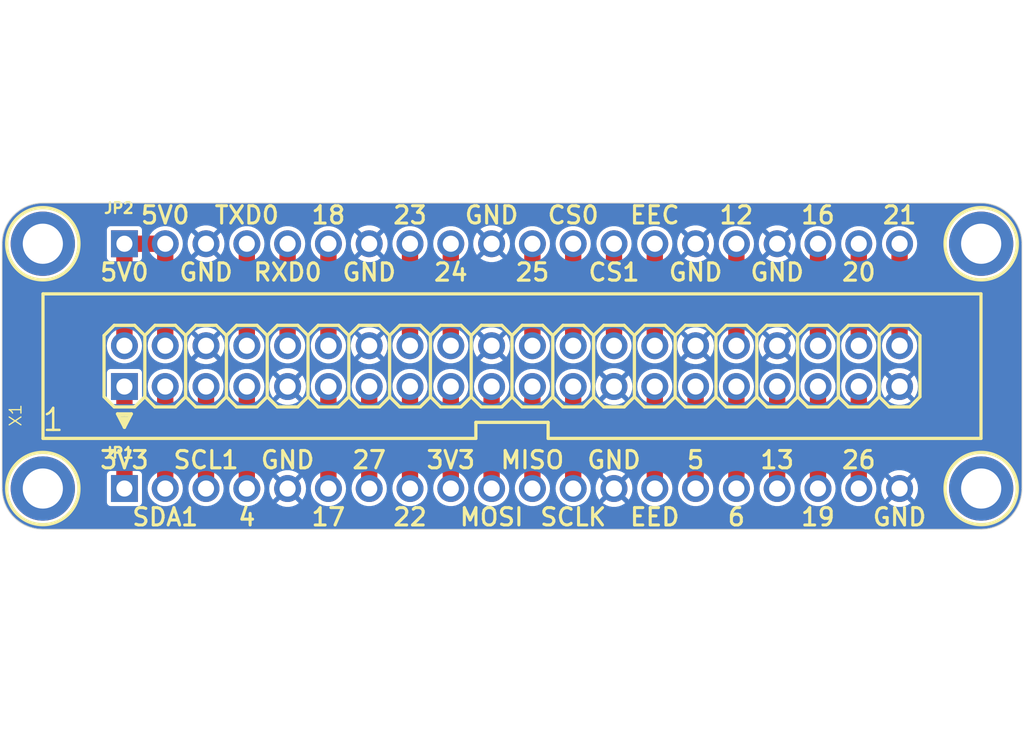
<source format=kicad_pcb>
(kicad_pcb (version 20221018) (generator pcbnew)
  (layers (0 "F.Cu" signal) (31 "B.Cu" signal) (34 "B.Paste" user) (35 "F.Paste" user) (36 "B.SilkS" user "B.Silkscreen") (37 "F.SilkS" user "F.Silkscreen") (38 "B.Mask" user) (39 "F.Mask" user) (44 "Edge.Cuts" user))
  (net 0 "")
  (net 1 "N$1")
  (net 2 "N$4")
  (net 3 "N$5")
  (net 4 "N$6")
  (net 5 "N$8")
  (net 6 "N$9")
  (net 7 "N$11")
  (net 8 "N$12")
  (net 9 "N$13")
  (net 10 "N$14")
  (net 11 "N$16")
  (net 12 "N$18")
  (net 13 "N$19")
  (net 14 "N$20")
  (net 15 "N$21")
  (net 16 "N$22")
  (net 17 "N$23")
  (net 18 "N$24")
  (net 19 "N$26")
  (net 20 "N$27")
  (net 21 "N$28")
  (net 22 "N$29")
  (net 23 "N$30")
  (net 24 "N$31")
  (net 25 "N$32")
  (net 26 "N$34")
  (net 27 "N$35")
  (net 28 "N$36")
  (net 29 "N$37")
  (net 30 "N$38")
  (net 31 "N$39")
  (net 32 "GND")
  (footprint "working:1X20_ROUND" (layer "F.Cu") (at 148.5011 112.6236)
    (fp_text reference "JP1" (at -25.4762 -1.8288) (layer "F.SilkS") (effects (font (size 0.666496 0.666496) (thickness 0.146304)) (justify left bottom)))
    (fp_text value "")
    (pad "1" thru_hole rect (at -24.13 0 90) (size 1.6764 1.6764) (drill 1) (layers "*.Cu" "*.Mask") (net 15 "N$21"))
    (pad "2" thru_hole circle (at -21.59 0 90) (size 1.6764 1.6764) (drill 1) (layers "*.Cu" "*.Mask") (net 16 "N$22"))
    (pad "3" thru_hole circle (at -19.05 0 90) (size 1.6764 1.6764) (drill 1) (layers "*.Cu" "*.Mask") (net 17 "N$23"))
    (pad "4" thru_hole circle (at -16.51 0 90) (size 1.6764 1.6764) (drill 1) (layers "*.Cu" "*.Mask") (net 18 "N$24"))
    (pad "5" thru_hole circle (at -13.97 0 90) (size 1.6764 1.6764) (drill 1) (layers "*.Cu" "*.Mask") (net 32 "GND"))
    (pad "6" thru_hole circle (at -11.43 0 90) (size 1.6764 1.6764) (drill 1) (layers "*.Cu" "*.Mask") (net 19 "N$26"))
    (pad "7" thru_hole circle (at -8.89 0 90) (size 1.6764 1.6764) (drill 1) (layers "*.Cu" "*.Mask") (net 20 "N$27"))
    (pad "8" thru_hole circle (at -6.35 0 90) (size 1.6764 1.6764) (drill 1) (layers "*.Cu" "*.Mask") (net 21 "N$28"))
    (pad "9" thru_hole circle (at -3.81 0 90) (size 1.6764 1.6764) (drill 1) (layers "*.Cu" "*.Mask") (net 22 "N$29"))
    (pad "10" thru_hole circle (at -1.27 0 90) (size 1.6764 1.6764) (drill 1) (layers "*.Cu" "*.Mask") (net 23 "N$30"))
    (pad "11" thru_hole circle (at 1.27 0 90) (size 1.6764 1.6764) (drill 1) (layers "*.Cu" "*.Mask") (net 24 "N$31"))
    (pad "12" thru_hole circle (at 3.81 0 90) (size 1.6764 1.6764) (drill 1) (layers "*.Cu" "*.Mask") (net 25 "N$32"))
    (pad "13" thru_hole circle (at 6.35 0 90) (size 1.6764 1.6764) (drill 1) (layers "*.Cu" "*.Mask") (net 32 "GND"))
    (pad "14" thru_hole circle (at 8.89 0 90) (size 1.6764 1.6764) (drill 1) (layers "*.Cu" "*.Mask") (net 26 "N$34"))
    (pad "15" thru_hole circle (at 11.43 0 90) (size 1.6764 1.6764) (drill 1) (layers "*.Cu" "*.Mask") (net 27 "N$35"))
    (pad "16" thru_hole circle (at 13.97 0 90) (size 1.6764 1.6764) (drill 1) (layers "*.Cu" "*.Mask") (net 28 "N$36"))
    (pad "17" thru_hole circle (at 16.51 0 90) (size 1.6764 1.6764) (drill 1) (layers "*.Cu" "*.Mask") (net 29 "N$37"))
    (pad "18" thru_hole circle (at 19.05 0 90) (size 1.6764 1.6764) (drill 1) (layers "*.Cu" "*.Mask") (net 30 "N$38"))
    (pad "19" thru_hole circle (at 21.59 0 90) (size 1.6764 1.6764) (drill 1) (layers "*.Cu" "*.Mask") (net 31 "N$39"))
    (pad "20" thru_hole circle (at 24.13 0 90) (size 1.6764 1.6764) (drill 1) (layers "*.Cu" "*.Mask") (net 32 "GND"))
  )
  (footprint "working:MOUNTINGHOLE_2.5_PLATED_THICK" (layer "F.Cu") (at 177.7111 97.3836)
    (fp_text reference "U$2" hide)
    (fp_text value "MOUNTINGHOLE2.5_THICK" hide)
    (fp_circle (center 0 0) (end 2.25 0) (stroke (width 0.2032)) (fill none) (layer "F.SilkS"))
    (pad "P$1" thru_hole circle (at 0 0) (size 4 4) (drill 2.5) (layers "*.Cu" "*.Mask"))
    (zone (net 0) (net_name "") (layer "B.Cu") (connect_pads (clearance 0)) (min_thickness 0.25)
      (keepout (tracks not_allowed) (vias not_allowed) (pads not_allowed) (copperpour not_allowed) (footprints allowed))
      (fill (thermal_gap 0.5) (thermal_bridge_width 0.5))
      (polygon (pts (xy 179.9771 97.3836) (xy 179.956882 97.081572) (xy 179.896587 96.784933) (xy 179.797293 96.498978) (xy 179.66077 96.228809) (xy 179.489455 95.979247) (xy 179.286406 95.754746) (xy 179.055245 95.559311) (xy 178.800098 95.396431) (xy 178.525518 95.269013) (xy 178.236404 95.179329) (xy 177.937917 95.12898) (xy 177.635382 95.118865) (xy 177.334198 95.149165) (xy 177.03974 95.219338) (xy 176.757262 95.328132) (xy 176.491805 95.473606) (xy 176.248107 95.653164) (xy 176.030516 95.863602) (xy 175.842915 96.101164) (xy 175.688652 96.361611) (xy 175.57048 96.640296) (xy 175.490507 96.932245) (xy 175.45016 97.232248) (xy 175.45016 97.534952) (xy 175.490507 97.834955) (xy 175.57048 98.126904) (xy 175.688652 98.405589) (xy 175.842915 98.666036) (xy 176.030516 98.903598) (xy 176.248107 99.114036) (xy 176.491805 99.293594) (xy 176.757262 99.439068) (xy 177.03974 99.547862) (xy 177.334198 99.618035) (xy 177.635382 99.648335) (xy 177.937917 99.63822) (xy 178.236404 99.587871) (xy 178.525518 99.498187) (xy 178.800098 99.370769) (xy 179.055245 99.207889) (xy 179.286406 99.012454) (xy 179.489455 98.787953) (xy 179.66077 98.538391) (xy 179.797293 98.268222) (xy 179.896587 97.982267) (xy 179.956882 97.685628)))
      (polygon (pts (xy 177.9451 97.3836) (xy 177.92487 97.288424) (xy 177.867677 97.209704) (xy 177.78341 97.161053) (xy 177.68664 97.150882) (xy 177.5941 97.18095) (xy 177.52179 97.246058) (xy 177.482213 97.334949) (xy 177.482213 97.432251) (xy 177.52179 97.521142) (xy 177.5941 97.58625) (xy 177.68664 97.616318) (xy 177.78341 97.606147) (xy 177.867677 97.557496) (xy 177.92487 97.478776)))
    )
  )
  (footprint "working:MOUNTINGHOLE_2.5_PLATED_THICK" (layer "F.Cu") (at 177.7111 112.6236)
    (fp_text reference "U$4" hide)
    (fp_text value "MOUNTINGHOLE2.5_THICK" hide)
    (fp_circle (center 0 0) (end 2.25 0) (stroke (width 0.2032)) (fill none) (layer "F.SilkS"))
    (pad "P$1" thru_hole circle (at 0 0) (size 4 4) (drill 2.5) (layers "*.Cu" "*.Mask"))
    (zone (net 0) (net_name "") (layer "B.Cu") (connect_pads (clearance 0)) (min_thickness 0.25)
      (keepout (tracks not_allowed) (vias not_allowed) (pads not_allowed) (copperpour not_allowed) (footprints allowed))
      (fill (thermal_gap 0.5) (thermal_bridge_width 0.5))
      (polygon (pts (xy 179.9771 112.6236) (xy 179.956882 112.321572) (xy 179.896587 112.024933) (xy 179.797293 111.738978) (xy 179.66077 111.468809) (xy 179.489455 111.219247) (xy 179.286406 110.994746) (xy 179.055245 110.799311) (xy 178.800098 110.636431) (xy 178.525518 110.509013) (xy 178.236404 110.419329) (xy 177.937917 110.36898) (xy 177.635382 110.358865) (xy 177.334198 110.389165) (xy 177.03974 110.459338) (xy 176.757262 110.568132) (xy 176.491805 110.713606) (xy 176.248107 110.893164) (xy 176.030516 111.103602) (xy 175.842915 111.341164) (xy 175.688652 111.601611) (xy 175.57048 111.880296) (xy 175.490507 112.172245) (xy 175.45016 112.472248) (xy 175.45016 112.774952) (xy 175.490507 113.074955) (xy 175.57048 113.366904) (xy 175.688652 113.645589) (xy 175.842915 113.906036) (xy 176.030516 114.143598) (xy 176.248107 114.354036) (xy 176.491805 114.533594) (xy 176.757262 114.679068) (xy 177.03974 114.787862) (xy 177.334198 114.858035) (xy 177.635382 114.888335) (xy 177.937917 114.87822) (xy 178.236404 114.827871) (xy 178.525518 114.738187) (xy 178.800098 114.610769) (xy 179.055245 114.447889) (xy 179.286406 114.252454) (xy 179.489455 114.027953) (xy 179.66077 113.778391) (xy 179.797293 113.508222) (xy 179.896587 113.222267) (xy 179.956882 112.925628)))
      (polygon (pts (xy 177.9451 112.6236) (xy 177.92487 112.528424) (xy 177.867677 112.449704) (xy 177.78341 112.401053) (xy 177.68664 112.390882) (xy 177.5941 112.42095) (xy 177.52179 112.486058) (xy 177.482213 112.574949) (xy 177.482213 112.672251) (xy 177.52179 112.761142) (xy 177.5941 112.82625) (xy 177.68664 112.856318) (xy 177.78341 112.846147) (xy 177.867677 112.797496) (xy 177.92487 112.718776)))
    )
  )
  (footprint "working:1X20_ROUND" (layer "F.Cu") (at 148.5011 97.3836)
    (fp_text reference "JP2" (at -25.4762 -1.8288) (layer "F.SilkS") (effects (font (size 0.666496 0.666496) (thickness 0.146304)) (justify left bottom)))
    (fp_text value "")
    (pad "1" thru_hole rect (at -24.13 0 90) (size 1.6764 1.6764) (drill 1) (layers "*.Cu" "*.Mask") (net 1 "N$1"))
    (pad "2" thru_hole circle (at -21.59 0 90) (size 1.6764 1.6764) (drill 1) (layers "*.Cu" "*.Mask") (net 1 "N$1"))
    (pad "3" thru_hole circle (at -19.05 0 90) (size 1.6764 1.6764) (drill 1) (layers "*.Cu" "*.Mask") (net 32 "GND"))
    (pad "4" thru_hole circle (at -16.51 0 90) (size 1.6764 1.6764) (drill 1) (layers "*.Cu" "*.Mask") (net 2 "N$4"))
    (pad "5" thru_hole circle (at -13.97 0 90) (size 1.6764 1.6764) (drill 1) (layers "*.Cu" "*.Mask") (net 3 "N$5"))
    (pad "6" thru_hole circle (at -11.43 0 90) (size 1.6764 1.6764) (drill 1) (layers "*.Cu" "*.Mask") (net 4 "N$6"))
    (pad "7" thru_hole circle (at -8.89 0 90) (size 1.6764 1.6764) (drill 1) (layers "*.Cu" "*.Mask") (net 32 "GND"))
    (pad "8" thru_hole circle (at -6.35 0 90) (size 1.6764 1.6764) (drill 1) (layers "*.Cu" "*.Mask") (net 5 "N$8"))
    (pad "9" thru_hole circle (at -3.81 0 90) (size 1.6764 1.6764) (drill 1) (layers "*.Cu" "*.Mask") (net 6 "N$9"))
    (pad "10" thru_hole circle (at -1.27 0 90) (size 1.6764 1.6764) (drill 1) (layers "*.Cu" "*.Mask") (net 32 "GND"))
    (pad "11" thru_hole circle (at 1.27 0 90) (size 1.6764 1.6764) (drill 1) (layers "*.Cu" "*.Mask") (net 7 "N$11"))
    (pad "12" thru_hole circle (at 3.81 0 90) (size 1.6764 1.6764) (drill 1) (layers "*.Cu" "*.Mask") (net 8 "N$12"))
    (pad "13" thru_hole circle (at 6.35 0 90) (size 1.6764 1.6764) (drill 1) (layers "*.Cu" "*.Mask") (net 9 "N$13"))
    (pad "14" thru_hole circle (at 8.89 0 90) (size 1.6764 1.6764) (drill 1) (layers "*.Cu" "*.Mask") (net 10 "N$14"))
    (pad "15" thru_hole circle (at 11.43 0 90) (size 1.6764 1.6764) (drill 1) (layers "*.Cu" "*.Mask") (net 32 "GND"))
    (pad "16" thru_hole circle (at 13.97 0 90) (size 1.6764 1.6764) (drill 1) (layers "*.Cu" "*.Mask") (net 11 "N$16"))
    (pad "17" thru_hole circle (at 16.51 0 90) (size 1.6764 1.6764) (drill 1) (layers "*.Cu" "*.Mask") (net 32 "GND"))
    (pad "18" thru_hole circle (at 19.05 0 90) (size 1.6764 1.6764) (drill 1) (layers "*.Cu" "*.Mask") (net 12 "N$18"))
    (pad "19" thru_hole circle (at 21.59 0 90) (size 1.6764 1.6764) (drill 1) (layers "*.Cu" "*.Mask") (net 13 "N$19"))
    (pad "20" thru_hole circle (at 24.13 0 90) (size 1.6764 1.6764) (drill 1) (layers "*.Cu" "*.Mask") (net 14 "N$20"))
  )
  (footprint "working:MOUNTINGHOLE_2.5_PLATED_THICK" (layer "F.Cu") (at 119.2911 112.6236)
    (fp_text reference "U$3" hide)
    (fp_text value "MOUNTINGHOLE2.5_THICK" hide)
    (fp_circle (center 0 0) (end 2.25 0) (stroke (width 0.2032)) (fill none) (layer "F.SilkS"))
    (pad "P$1" thru_hole circle (at 0 0) (size 4 4) (drill 2.5) (layers "*.Cu" "*.Mask"))
    (zone (net 0) (net_name "") (layer "B.Cu") (connect_pads (clearance 0)) (min_thickness 0.25)
      (keepout (tracks not_allowed) (vias not_allowed) (pads not_allowed) (copperpour not_allowed) (footprints allowed))
      (fill (thermal_gap 0.5) (thermal_bridge_width 0.5))
      (polygon (pts (xy 121.5571 112.6236) (xy 121.536882 112.321572) (xy 121.476587 112.024933) (xy 121.377293 111.738978) (xy 121.24077 111.468809) (xy 121.069455 111.219247) (xy 120.866406 110.994746) (xy 120.635245 110.799311) (xy 120.380098 110.636431) (xy 120.105518 110.509013) (xy 119.816404 110.419329) (xy 119.517917 110.36898) (xy 119.215382 110.358865) (xy 118.914198 110.389165) (xy 118.61974 110.459338) (xy 118.337262 110.568132) (xy 118.071805 110.713606) (xy 117.828107 110.893164) (xy 117.610516 111.103602) (xy 117.422915 111.341164) (xy 117.268652 111.601611) (xy 117.15048 111.880296) (xy 117.070507 112.172245) (xy 117.03016 112.472248) (xy 117.03016 112.774952) (xy 117.070507 113.074955) (xy 117.15048 113.366904) (xy 117.268652 113.645589) (xy 117.422915 113.906036) (xy 117.610516 114.143598) (xy 117.828107 114.354036) (xy 118.071805 114.533594) (xy 118.337262 114.679068) (xy 118.61974 114.787862) (xy 118.914198 114.858035) (xy 119.215382 114.888335) (xy 119.517917 114.87822) (xy 119.816404 114.827871) (xy 120.105518 114.738187) (xy 120.380098 114.610769) (xy 120.635245 114.447889) (xy 120.866406 114.252454) (xy 121.069455 114.027953) (xy 121.24077 113.778391) (xy 121.377293 113.508222) (xy 121.476587 113.222267) (xy 121.536882 112.925628)))
      (polygon (pts (xy 119.5251 112.6236) (xy 119.50487 112.528424) (xy 119.447677 112.449704) (xy 119.36341 112.401053) (xy 119.26664 112.390882) (xy 119.1741 112.42095) (xy 119.10179 112.486058) (xy 119.062213 112.574949) (xy 119.062213 112.672251) (xy 119.10179 112.761142) (xy 119.1741 112.82625) (xy 119.26664 112.856318) (xy 119.36341 112.846147) (xy 119.447677 112.797496) (xy 119.50487 112.718776)))
    )
  )
  (footprint "working:RASPBERRYPI_B+_IDC" (layer "F.Cu") (at 148.5011 105.0036 90)
    (fp_text reference "X1" (at -3.81 -30.48 90) (layer "F.SilkS") (effects (font (size 0.73152 0.73152) (thickness 0.08128)) (justify left bottom)))
    (fp_text value "")
    (fp_text user "1" (at -2.54 -27.813 180) (layer "F.SilkS") (effects (font (size 1.3716 1.3716) (thickness 0.1524)) (justify right top)))
    (fp_line (start -4.5 -29.2) (end -4.5 -2.25) (stroke (width 0.2032)) (layer "F.SilkS"))
    (fp_line (start -4.5 -2.25) (end -3.5 -2.25) (stroke (width 0.2032)) (layer "F.SilkS"))
    (fp_line (start -4.5 2.25) (end -4.5 29.2) (stroke (width 0.2032)) (layer "F.SilkS"))
    (fp_line (start -3.81 -24.13) (end -3.556 -24.13) (stroke (width 0.2032)) (layer "F.SilkS"))
    (fp_line (start -3.81 -24.13) (end -2.9718 -24.5618) (stroke (width 0.2032)) (layer "F.SilkS"))
    (fp_line (start -3.5 -2.25) (end -3.5 2.25) (stroke (width 0.2032)) (layer "F.SilkS"))
    (fp_line (start -3.5 2.25) (end -4.5 2.25) (stroke (width 0.2032)) (layer "F.SilkS"))
    (fp_line (start -2.9718 -24.5618) (end -2.9718 -23.6982) (stroke (width 0.2032)) (layer "F.SilkS"))
    (fp_line (start -2.9718 -23.6982) (end -3.81 -24.13) (stroke (width 0.2032)) (layer "F.SilkS"))
    (fp_line (start -2.54 -24.765) (end -2.54 -23.495) (stroke (width 0.2032)) (layer "F.SilkS"))
    (fp_line (start -2.54 -23.495) (end -1.905 -22.86) (stroke (width 0.2032)) (layer "F.SilkS"))
    (fp_line (start -2.54 -22.225) (end -2.54 -20.955) (stroke (width 0.2032)) (layer "F.SilkS"))
    (fp_line (start -2.54 -20.955) (end -1.905 -20.32) (stroke (width 0.2032)) (layer "F.SilkS"))
    (fp_line (start -2.54 -19.685) (end -2.54 -18.415) (stroke (width 0.2032)) (layer "F.SilkS"))
    (fp_line (start -2.54 -18.415) (end -1.905 -17.78) (stroke (width 0.2032)) (layer "F.SilkS"))
    (fp_line (start -2.54 -17.145) (end -2.54 -15.875) (stroke (width 0.2032)) (layer "F.SilkS"))
    (fp_line (start -2.54 -15.875) (end -1.905 -15.24) (stroke (width 0.2032)) (layer "F.SilkS"))
    (fp_line (start -2.54 -14.605) (end -2.54 -13.335) (stroke (width 0.2032)) (layer "F.SilkS"))
    (fp_line (start -2.54 -13.335) (end -1.905 -12.7) (stroke (width 0.2032)) (layer "F.SilkS"))
    (fp_line (start -2.54 -12.065) (end -2.54 -10.795) (stroke (width 0.2032)) (layer "F.SilkS"))
    (fp_line (start -2.54 -10.795) (end -1.905 -10.16) (stroke (width 0.2032)) (layer "F.SilkS"))
    (fp_line (start -2.54 -8.255) (end -2.54 -9.525) (stroke (width 0.2032)) (layer "F.SilkS"))
    (fp_line (start -2.54 -5.715) (end -2.54 -6.985) (stroke (width 0.2032)) (layer "F.SilkS"))
    (fp_line (start -2.54 -3.175) (end -2.54 -4.445) (stroke (width 0.2032)) (layer "F.SilkS"))
    (fp_line (start -2.54 -0.635) (end -2.54 -1.905) (stroke (width 0.2032)) (layer "F.SilkS"))
    (fp_line (start -2.54 1.905) (end -2.54 0.635) (stroke (width 0.2032)) (layer "F.SilkS"))
    (fp_line (start -2.54 4.445) (end -2.54 3.175) (stroke (width 0.2032)) (layer "F.SilkS"))
    (fp_line (start -2.54 6.985) (end -2.54 5.715) (stroke (width 0.2032)) (layer "F.SilkS"))
    (fp_line (start -2.54 9.525) (end -2.54 8.255) (stroke (width 0.2032)) (layer "F.SilkS"))
    (fp_line (start -2.54 12.065) (end -2.54 10.795) (stroke (width 0.2032)) (layer "F.SilkS"))
    (fp_line (start -2.54 14.605) (end -2.54 13.335) (stroke (width 0.2032)) (layer "F.SilkS"))
    (fp_line (start -2.54 17.145) (end -2.54 15.875) (stroke (width 0.2032)) (layer "F.SilkS"))
    (fp_line (start -2.54 19.685) (end -2.54 18.415) (stroke (width 0.2032)) (layer "F.SilkS"))
    (fp_line (start -2.54 22.225) (end -2.54 20.955) (stroke (width 0.2032)) (layer "F.SilkS"))
    (fp_line (start -2.54 24.765) (end -2.54 23.495) (stroke (width 0.2032)) (layer "F.SilkS"))
    (fp_line (start -1.905 -25.4) (end -2.54 -24.765) (stroke (width 0.2032)) (layer "F.SilkS"))
    (fp_line (start -1.905 -25.4) (end 1.905 -25.4) (stroke (width 0.2032)) (layer "F.SilkS"))
    (fp_line (start -1.905 -22.86) (end -2.54 -22.225) (stroke (width 0.2032)) (layer "F.SilkS"))
    (fp_line (start -1.905 -20.32) (end -2.54 -19.685) (stroke (width 0.2032)) (layer "F.SilkS"))
    (fp_line (start -1.905 -17.78) (end -2.54 -17.145) (stroke (width 0.2032)) (layer "F.SilkS"))
    (fp_line (start -1.905 -15.24) (end -2.54 -14.605) (stroke (width 0.2032)) (layer "F.SilkS"))
    (fp_line (start -1.905 -12.7) (end -2.54 -12.065) (stroke (width 0.2032)) (layer "F.SilkS"))
    (fp_line (start -1.905 -10.16) (end -2.54 -9.525) (stroke (width 0.2032)) (layer "F.SilkS"))
    (fp_line (start -1.905 -7.62) (end -2.54 -8.255) (stroke (width 0.2032)) (layer "F.SilkS"))
    (fp_line (start -1.905 -7.62) (end -2.54 -6.985) (stroke (width 0.2032)) (layer "F.SilkS"))
    (fp_line (start -1.905 -5.08) (end -2.54 -5.715) (stroke (width 0.2032)) (layer "F.SilkS"))
    (fp_line (start -1.905 -5.08) (end -2.54 -4.445) (stroke (width 0.2032)) (layer "F.SilkS"))
    (fp_line (start -1.905 -2.54) (end -2.54 -3.175) (stroke (width 0.2032)) (layer "F.SilkS"))
    (fp_line (start -1.905 -2.54) (end -2.54 -1.905) (stroke (width 0.2032)) (layer "F.SilkS"))
    (fp_line (start -1.905 0) (end -2.54 -0.635) (stroke (width 0.2032)) (layer "F.SilkS"))
    (fp_line (start -1.905 0) (end -2.54 0.635) (stroke (width 0.2032)) (layer "F.SilkS"))
    (fp_line (start -1.905 2.54) (end -2.54 1.905) (stroke (width 0.2032)) (layer "F.SilkS"))
    (fp_line (start -1.905 2.54) (end -2.54 3.175) (stroke (width 0.2032)) (layer "F.SilkS"))
    (fp_line (start -1.905 5.08) (end -2.54 4.445) (stroke (width 0.2032)) (layer "F.SilkS"))
    (fp_line (start -1.905 5.08) (end -2.54 5.715) (stroke (width 0.2032)) (layer "F.SilkS"))
    (fp_line (start -1.905 7.62) (end -2.54 6.985) (stroke (width 0.2032)) (layer "F.SilkS"))
    (fp_line (start -1.905 7.62) (end -2.54 8.255) (stroke (width 0.2032)) (layer "F.SilkS"))
    (fp_line (start -1.905 10.16) (end -2.54 9.525) (stroke (width 0.2032)) (layer "F.SilkS"))
    (fp_line (start -1.905 10.16) (end -2.54 10.795) (stroke (width 0.2032)) (layer "F.SilkS"))
    (fp_line (start -1.905 12.7) (end -2.54 12.065) (stroke (width 0.2032)) (layer "F.SilkS"))
    (fp_line (start -1.905 12.7) (end -2.54 13.335) (stroke (width 0.2032)) (layer "F.SilkS"))
    (fp_line (start -1.905 15.24) (end -2.54 14.605) (stroke (width 0.2032)) (layer "F.SilkS"))
    (fp_line (start -1.905 15.24) (end -2.54 15.875) (stroke (width 0.2032)) (layer "F.SilkS"))
    (fp_line (start -1.905 17.78) (end -2.54 17.145) (stroke (width 0.2032)) (layer "F.SilkS"))
    (fp_line (start -1.905 17.78) (end -2.54 18.415) (stroke (width 0.2032)) (layer "F.SilkS"))
    (fp_line (start -1.905 20.32) (end -2.54 19.685) (stroke (width 0.2032)) (layer "F.SilkS"))
    (fp_line (start -1.905 20.32) (end -2.54 20.955) (stroke (width 0.2032)) (layer "F.SilkS"))
    (fp_line (start -1.905 22.86) (end -2.54 22.225) (stroke (width 0.2032)) (layer "F.SilkS"))
    (fp_line (start -1.905 22.86) (end -2.54 23.495) (stroke (width 0.2032)) (layer "F.SilkS"))
    (fp_line (start -1.905 25.4) (end -2.54 24.765) (stroke (width 0.2032)) (layer "F.SilkS"))
    (fp_line (start 1.905 -25.4) (end 2.54 -24.765) (stroke (width 0.2032)) (layer "F.SilkS"))
    (fp_line (start 1.905 -22.86) (end -1.905 -22.86) (stroke (width 0.2032)) (layer "F.SilkS"))
    (fp_line (start 1.905 -22.86) (end 2.54 -22.225) (stroke (width 0.2032)) (layer "F.SilkS"))
    (fp_line (start 1.905 -20.32) (end -1.905 -20.32) (stroke (width 0.2032)) (layer "F.SilkS"))
    (fp_line (start 1.905 -20.32) (end 2.54 -19.685) (stroke (width 0.2032)) (layer "F.SilkS"))
    (fp_line (start 1.905 -17.78) (end -1.905 -17.78) (stroke (width 0.2032)) (layer "F.SilkS"))
    (fp_line (start 1.905 -17.78) (end 2.54 -17.145) (stroke (width 0.2032)) (layer "F.SilkS"))
    (fp_line (start 1.905 -15.24) (end -1.905 -15.24) (stroke (width 0.2032)) (layer "F.SilkS"))
    (fp_line (start 1.905 -15.24) (end 2.54 -14.605) (stroke (width 0.2032)) (layer "F.SilkS"))
    (fp_line (start 1.905 -12.7) (end -1.905 -12.7) (stroke (width 0.2032)) (layer "F.SilkS"))
    (fp_line (start 1.905 -12.7) (end 2.54 -12.065) (stroke (width 0.2032)) (layer "F.SilkS"))
    (fp_line (start 1.905 -10.16) (end -1.905 -10.16) (stroke (width 0.2032)) (layer "F.SilkS"))
    (fp_line (start 1.905 -10.16) (end 2.54 -9.525) (stroke (width 0.2032)) (layer "F.SilkS"))
    (fp_line (start 1.905 -7.62) (end -1.905 -7.62) (stroke (width 0.2032)) (layer "F.SilkS"))
    (fp_line (start 1.905 -7.62) (end 2.54 -6.985) (stroke (width 0.2032)) (layer "F.SilkS"))
    (fp_line (start 1.905 -5.08) (end -1.905 -5.08) (stroke (width 0.2032)) (layer "F.SilkS"))
    (fp_line (start 1.905 -5.08) (end 2.54 -4.445) (stroke (width 0.2032)) (layer "F.SilkS"))
    (fp_line (start 1.905 -2.54) (end -1.905 -2.54) (stroke (width 0.2032)) (layer "F.SilkS"))
    (fp_line (start 1.905 -2.54) (end 2.54 -1.905) (stroke (width 0.2032)) (layer "F.SilkS"))
    (fp_line (start 1.905 0) (end -1.905 0) (stroke (width 0.2032)) (layer "F.SilkS"))
    (fp_line (start 1.905 0) (end 2.54 0.635) (stroke (width 0.2032)) (layer "F.SilkS"))
    (fp_line (start 1.905 2.54) (end -1.905 2.54) (stroke (width 0.2032)) (layer "F.SilkS"))
    (fp_line (start 1.905 2.54) (end 2.54 3.175) (stroke (width 0.2032)) (layer "F.SilkS"))
    (fp_line (start 1.905 5.08) (end -1.905 5.08) (stroke (width 0.2032)) (layer "F.SilkS"))
    (fp_line (start 1.905 5.08) (end 2.54 4.445) (stroke (width 0.2032)) (layer "F.SilkS"))
    (fp_line (start 1.905 5.08) (end 2.54 5.715) (stroke (width 0.2032)) (layer "F.SilkS"))
    (fp_line (start 1.905 7.62) (end -1.905 7.62) (stroke (width 0.2032)) (layer "F.SilkS"))
    (fp_line (start 1.905 7.62) (end 2.54 8.255) (stroke (width 0.2032)) (layer "F.SilkS"))
    (fp_line (start 1.905 10.16) (end -1.905 10.16) (stroke (width 0.2032)) (layer "F.SilkS"))
    (fp_line (start 1.905 10.16) (end 2.54 10.795) (stroke (width 0.2032)) (layer "F.SilkS"))
    (fp_line (start 1.905 12.7) (end -1.905 12.7) (stroke (width 0.2032)) (layer "F.SilkS"))
    (fp_line (start 1.905 12.7) (end 2.54 13.335) (stroke (width 0.2032)) (layer "F.SilkS"))
    (fp_line (start 1.905 15.24) (end -1.905 15.24) (stroke (width 0.2032)) (layer "F.SilkS"))
    (fp_line (start 1.905 15.24) (end 2.54 15.875) (stroke (width 0.2032)) (layer "F.SilkS"))
    (fp_line (start 1.905 17.78) (end -1.905 17.78) (stroke (width 0.2032)) (layer "F.SilkS"))
    (fp_line (start 1.905 17.78) (end 2.54 18.415) (stroke (width 0.2032)) (layer "F.SilkS"))
    (fp_line (start 1.905 20.32) (end -1.905 20.32) (stroke (width 0.2032)) (layer "F.SilkS"))
    (fp_line (start 1.905 20.32) (end 2.54 20.955) (stroke (width 0.2032)) (layer "F.SilkS"))
    (fp_line (start 1.905 22.86) (end -1.905 22.86) (stroke (width 0.2032)) (layer "F.SilkS"))
    (fp_line (start 1.905 22.86) (end 2.54 23.495) (stroke (width 0.2032)) (layer "F.SilkS"))
    (fp_line (start 1.905 25.4) (end -1.905 25.4) (stroke (width 0.2032)) (layer "F.SilkS"))
    (fp_line (start 2.54 -24.765) (end 2.54 -23.495) (stroke (width 0.2032)) (layer "F.SilkS"))
    (fp_line (start 2.54 -23.495) (end 1.905 -22.86) (stroke (width 0.2032)) (layer "F.SilkS"))
    (fp_line (start 2.54 -22.225) (end 2.54 -20.955) (stroke (width 0.2032)) (layer "F.SilkS"))
    (fp_line (start 2.54 -20.955) (end 1.905 -20.32) (stroke (width 0.2032)) (layer "F.SilkS"))
    (fp_line (start 2.54 -19.685) (end 2.54 -18.415) (stroke (width 0.2032)) (layer "F.SilkS"))
    (fp_line (start 2.54 -18.415) (end 1.905 -17.78) (stroke (width 0.2032)) (layer "F.SilkS"))
    (fp_line (start 2.54 -17.145) (end 2.54 -15.875) (stroke (width 0.2032)) (layer "F.SilkS"))
    (fp_line (start 2.54 -15.875) (end 1.905 -15.24) (stroke (width 0.2032)) (layer "F.SilkS"))
    (fp_line (start 2.54 -14.605) (end 2.54 -13.335) (stroke (width 0.2032)) (layer "F.SilkS"))
    (fp_line (start 2.54 -13.335) (end 1.905 -12.7) (stroke (width 0.2032)) (layer "F.SilkS"))
    (fp_line (start 2.54 -12.065) (end 2.54 -10.795) (stroke (width 0.2032)) (layer "F.SilkS"))
    (fp_line (start 2.54 -10.795) (end 1.905 -10.16) (stroke (width 0.2032)) (layer "F.SilkS"))
    (fp_line (start 2.54 -9.525) (end 2.54 -8.255) (stroke (width 0.2032)) (layer "F.SilkS"))
    (fp_line (start 2.54 -8.255) (end 1.905 -7.62) (stroke (width 0.2032)) (layer "F.SilkS"))
    (fp_line (start 2.54 -6.985) (end 2.54 -5.715) (stroke (width 0.2032)) (layer "F.SilkS"))
    (fp_line (start 2.54 -5.715) (end 1.905 -5.08) (stroke (width 0.2032)) (layer "F.SilkS"))
    (fp_line (start 2.54 -4.445) (end 2.54 -3.175) (stroke (width 0.2032)) (layer "F.SilkS"))
    (fp_line (start 2.54 -3.175) (end 1.905 -2.54) (stroke (width 0.2032)) (layer "F.SilkS"))
    (fp_line (start 2.54 -1.905) (end 2.54 -0.635) (stroke (width 0.2032)) (layer "F.SilkS"))
    (fp_line (start 2.54 -0.635) (end 1.905 0) (stroke (width 0.2032)) (layer "F.SilkS"))
    (fp_line (start 2.54 0.635) (end 2.54 1.905) (stroke (width 0.2032)) (layer "F.SilkS"))
    (fp_line (start 2.54 1.905) (end 1.905 2.54) (stroke (width 0.2032)) (layer "F.SilkS"))
    (fp_line (start 2.54 3.175) (end 2.54 4.445) (stroke (width 0.2032)) (layer "F.SilkS"))
    (fp_line (start 2.54 6.985) (end 1.905 7.62) (stroke (width 0.2032)) (layer "F.SilkS"))
    (fp_line (start 2.54 6.985) (end 2.54 5.715) (stroke (width 0.2032)) (layer "F.SilkS"))
    (fp_line (start 2.54 9.525) (end 1.905 10.16) (stroke (width 0.2032)) (layer "F.SilkS"))
    (fp_line (start 2.54 9.525) (end 2.54 8.255) (stroke (width 0.2032)) (layer "F.SilkS"))
    (fp_line (start 2.54 12.065) (end 1.905 12.7) (stroke (width 0.2032)) (layer "F.SilkS"))
    (fp_line (start 2.54 12.065) (end 2.54 10.795) (stroke (width 0.2032)) (layer "F.SilkS"))
    (fp_line (start 2.54 14.605) (end 1.905 15.24) (stroke (width 0.2032)) (layer "F.SilkS"))
    (fp_line (start 2.54 14.605) (end 2.54 13.335) (stroke (width 0.2032)) (layer "F.SilkS"))
    (fp_line (start 2.54 17.145) (end 1.905 17.78) (stroke (width 0.2032)) (layer "F.SilkS"))
    (fp_line (start 2.54 17.145) (end 2.54 15.875) (stroke (width 0.2032)) (layer "F.SilkS"))
    (fp_line (start 2.54 19.685) (end 1.905 20.32) (stroke (width 0.2032)) (layer "F.SilkS"))
    (fp_line (start 2.54 19.685) (end 2.54 18.415) (stroke (width 0.2032)) (layer "F.SilkS"))
    (fp_line (start 2.54 22.225) (end 1.905 22.86) (stroke (width 0.2032)) (layer "F.SilkS"))
    (fp_line (start 2.54 22.225) (end 2.54 20.955) (stroke (width 0.2032)) (layer "F.SilkS"))
    (fp_line (start 2.54 24.765) (end 1.905 25.4) (stroke (width 0.2032)) (layer "F.SilkS"))
    (fp_line (start 2.54 24.765) (end 2.54 23.495) (stroke (width 0.2032)) (layer "F.SilkS"))
    (fp_line (start 4.5 -29.2) (end -4.5 -29.2) (stroke (width 0.2032)) (layer "F.SilkS"))
    (fp_line (start 4.5 29.2) (end -4.5 29.2) (stroke (width 0.2032)) (layer "F.SilkS"))
    (fp_line (start 4.5 29.2) (end 4.5 -29.2) (stroke (width 0.2032)) (layer "F.SilkS"))
    (fp_poly (pts (xy -3.6068 -24.257) (xy -3.6068 -24.003) (xy -3.3528 -24.003) (xy -3.3528 -24.257)) (fill solid) (layer "F.SilkS"))
    (fp_poly (pts (xy -3.4036 -24.384) (xy -3.4036 -23.876) (xy -3.1496 -23.876) (xy -3.1496 -24.384)) (fill solid) (layer "F.SilkS"))
    (fp_poly (pts (xy -3.1496 -24.511) (xy -3.1496 -24.13) (xy -3.0226 -24.13) (xy -3.0226 -24.511)) (fill solid) (layer "F.SilkS"))
    (fp_poly (pts (xy -3.1496 -24.13) (xy -3.1496 -23.749) (xy -3.0226 -23.749) (xy -3.0226 -24.13)) (fill solid) (layer "F.SilkS"))
    (pad "1" thru_hole rect (at -1.27 -24.13) (size 1.6764 1.6764) (drill 1) (layers "*.Cu" "*.Mask") (net 15 "N$21"))
    (pad "2" thru_hole circle (at 1.27 -24.13) (size 1.6764 1.6764) (drill 1) (layers "*.Cu" "*.Mask") (net 1 "N$1"))
    (pad "3" thru_hole circle (at -1.27 -21.59) (size 1.6764 1.6764) (drill 1) (layers "*.Cu" "*.Mask") (net 16 "N$22"))
    (pad "4" thru_hole circle (at 1.27 -21.59) (size 1.6764 1.6764) (drill 1) (layers "*.Cu" "*.Mask") (net 1 "N$1"))
    (pad "5" thru_hole circle (at -1.27 -19.05) (size 1.6764 1.6764) (drill 1) (layers "*.Cu" "*.Mask") (net 17 "N$23"))
    (pad "6" thru_hole circle (at 1.27 -19.05) (size 1.6764 1.6764) (drill 1) (layers "*.Cu" "*.Mask") (net 32 "GND"))
    (pad "7" thru_hole circle (at -1.27 -16.51) (size 1.6764 1.6764) (drill 1) (layers "*.Cu" "*.Mask") (net 18 "N$24"))
    (pad "8" thru_hole circle (at 1.27 -16.51) (size 1.6764 1.6764) (drill 1) (layers "*.Cu" "*.Mask") (net 2 "N$4"))
    (pad "9" thru_hole circle (at -1.27 -13.97) (size 1.6764 1.6764) (drill 1) (layers "*.Cu" "*.Mask") (net 32 "GND"))
    (pad "10" thru_hole circle (at 1.27 -13.97) (size 1.6764 1.6764) (drill 1) (layers "*.Cu" "*.Mask") (net 3 "N$5"))
    (pad "11" thru_hole circle (at -1.27 -11.43) (size 1.6764 1.6764) (drill 1) (layers "*.Cu" "*.Mask") (net 19 "N$26"))
    (pad "12" thru_hole circle (at 1.27 -11.43) (size 1.6764 1.6764) (drill 1) (layers "*.Cu" "*.Mask") (net 4 "N$6"))
    (pad "13" thru_hole circle (at -1.27 -8.89) (size 1.6764 1.6764) (drill 1) (layers "*.Cu" "*.Mask") (net 20 "N$27"))
    (pad "14" thru_hole circle (at 1.27 -8.89) (size 1.6764 1.6764) (drill 1) (layers "*.Cu" "*.Mask") (net 32 "GND"))
    (pad "15" thru_hole circle (at -1.27 -6.35) (size 1.6764 1.6764) (drill 1) (layers "*.Cu" "*.Mask") (net 21 "N$28"))
    (pad "16" thru_hole circle (at 1.27 -6.35) (size 1.6764 1.6764) (drill 1) (layers "*.Cu" "*.Mask") (net 5 "N$8"))
    (pad "17" thru_hole circle (at -1.27 -3.81) (size 1.6764 1.6764) (drill 1) (layers "*.Cu" "*.Mask") (net 22 "N$29"))
    (pad "18" thru_hole circle (at 1.27 -3.81) (size 1.6764 1.6764) (drill 1) (layers "*.Cu" "*.Mask") (net 6 "N$9"))
    (pad "19" thru_hole circle (at -1.27 -1.27) (size 1.6764 1.6764) (drill 1) (layers "*.Cu" "*.Mask") (net 23 "N$30"))
    (pad "20" thru_hole circle (at 1.27 -1.27) (size 1.6764 1.6764) (drill 1) (layers "*.Cu" "*.Mask") (net 32 "GND"))
    (pad "21" thru_hole circle (at -1.27 1.27) (size 1.6764 1.6764) (drill 1) (layers "*.Cu" "*.Mask") (net 24 "N$31"))
    (pad "22" thru_hole circle (at 1.27 1.27) (size 1.6764 1.6764) (drill 1) (layers "*.Cu" "*.Mask") (net 7 "N$11"))
    (pad "23" thru_hole circle (at -1.27 3.81) (size 1.6764 1.6764) (drill 1) (layers "*.Cu" "*.Mask") (net 25 "N$32"))
    (pad "24" thru_hole circle (at 1.27 3.81) (size 1.6764 1.6764) (drill 1) (layers "*.Cu" "*.Mask") (net 8 "N$12"))
    (pad "25" thru_hole circle (at -1.27 6.35) (size 1.6764 1.6764) (drill 1) (layers "*.Cu" "*.Mask") (net 32 "GND"))
    (pad "26" thru_hole circle (at 1.27 6.35) (size 1.6764 1.6764) (drill 1) (layers "*.Cu" "*.Mask") (net 9 "N$13"))
    (pad "27" thru_hole circle (at -1.27 8.89) (size 1.6764 1.6764) (drill 1) (layers "*.Cu" "*.Mask") (net 26 "N$34"))
    (pad "28" thru_hole circle (at 1.27 8.89) (size 1.6764 1.6764) (drill 1) (layers "*.Cu" "*.Mask") (net 10 "N$14"))
    (pad "29" thru_hole circle (at -1.27 11.43) (size 1.6764 1.6764) (drill 1) (layers "*.Cu" "*.Mask") (net 27 "N$35"))
    (pad "30" thru_hole circle (at 1.27 11.43) (size 1.6764 1.6764) (drill 1) (layers "*.Cu" "*.Mask") (net 32 "GND"))
    (pad "31" thru_hole circle (at -1.27 13.97) (size 1.6764 1.6764) (drill 1) (layers "*.Cu" "*.Mask") (net 28 "N$36"))
    (pad "32" thru_hole circle (at 1.27 13.97) (size 1.6764 1.6764) (drill 1) (layers "*.Cu" "*.Mask") (net 11 "N$16"))
    (pad "33" thru_hole circle (at -1.27 16.51) (size 1.6764 1.6764) (drill 1) (layers "*.Cu" "*.Mask") (net 29 "N$37"))
    (pad "34" thru_hole circle (at 1.27 16.51) (size 1.6764 1.6764) (drill 1) (layers "*.Cu" "*.Mask") (net 32 "GND"))
    (pad "35" thru_hole circle (at -1.27 19.05) (size 1.6764 1.6764) (drill 1) (layers "*.Cu" "*.Mask") (net 30 "N$38"))
    (pad "36" thru_hole circle (at 1.27 19.05) (size 1.6764 1.6764) (drill 1) (layers "*.Cu" "*.Mask") (net 12 "N$18"))
    (pad "37" thru_hole circle (at -1.27 21.59) (size 1.6764 1.6764) (drill 1) (layers "*.Cu" "*.Mask") (net 31 "N$39"))
    (pad "38" thru_hole circle (at 1.27 21.59) (size 1.6764 1.6764) (drill 1) (layers "*.Cu" "*.Mask") (net 13 "N$19"))
    (pad "39" thru_hole circle (at -1.27 24.13) (size 1.6764 1.6764) (drill 1) (layers "*.Cu" "*.Mask") (net 32 "GND"))
    (pad "40" thru_hole circle (at 1.27 24.13) (size 1.6764 1.6764) (drill 1) (layers "*.Cu" "*.Mask") (net 14 "N$20"))
  )
  (footprint "working:MOUNTINGHOLE_2.5_PLATED_THICK" (layer "F.Cu") (at 119.2911 97.3836)
    (fp_text reference "U$1" hide)
    (fp_text value "MOUNTINGHOLE2.5_THICK" hide)
    (fp_circle (center 0 0) (end 2.25 0) (stroke (width 0.2032)) (fill none) (layer "F.SilkS"))
    (pad "P$1" thru_hole circle (at 0 0) (size 4 4) (drill 2.5) (layers "*.Cu" "*.Mask"))
    (zone (net 0) (net_name "") (layer "B.Cu") (connect_pads (clearance 0)) (min_thickness 0.25)
      (keepout (tracks not_allowed) (vias not_allowed) (pads not_allowed) (copperpour not_allowed) (footprints allowed))
      (fill (thermal_gap 0.5) (thermal_bridge_width 0.5))
      (polygon (pts (xy 121.5571 97.3836) (xy 121.536882 97.081572) (xy 121.476587 96.784933) (xy 121.377293 96.498978) (xy 121.24077 96.228809) (xy 121.069455 95.979247) (xy 120.866406 95.754746) (xy 120.635245 95.559311) (xy 120.380098 95.396431) (xy 120.105518 95.269013) (xy 119.816404 95.179329) (xy 119.517917 95.12898) (xy 119.215382 95.118865) (xy 118.914198 95.149165) (xy 118.61974 95.219338) (xy 118.337262 95.328132) (xy 118.071805 95.473606) (xy 117.828107 95.653164) (xy 117.610516 95.863602) (xy 117.422915 96.101164) (xy 117.268652 96.361611) (xy 117.15048 96.640296) (xy 117.070507 96.932245) (xy 117.03016 97.232248) (xy 117.03016 97.534952) (xy 117.070507 97.834955) (xy 117.15048 98.126904) (xy 117.268652 98.405589) (xy 117.422915 98.666036) (xy 117.610516 98.903598) (xy 117.828107 99.114036) (xy 118.071805 99.293594) (xy 118.337262 99.439068) (xy 118.61974 99.547862) (xy 118.914198 99.618035) (xy 119.215382 99.648335) (xy 119.517917 99.63822) (xy 119.816404 99.587871) (xy 120.105518 99.498187) (xy 120.380098 99.370769) (xy 120.635245 99.207889) (xy 120.866406 99.012454) (xy 121.069455 98.787953) (xy 121.24077 98.538391) (xy 121.377293 98.268222) (xy 121.476587 97.982267) (xy 121.536882 97.685628)))
      (polygon (pts (xy 119.5251 97.3836) (xy 119.50487 97.288424) (xy 119.447677 97.209704) (xy 119.36341 97.161053) (xy 119.26664 97.150882) (xy 119.1741 97.18095) (xy 119.10179 97.246058) (xy 119.062213 97.334949) (xy 119.062213 97.432251) (xy 119.10179 97.521142) (xy 119.1741 97.58625) (xy 119.26664 97.616318) (xy 119.36341 97.606147) (xy 119.447677 97.557496) (xy 119.50487 97.478776)))
    )
  )
  (gr_line (start 177.7111 115.1636) (end 119.2911 115.1636) (stroke (width 0.05)) (layer "Edge.Cuts"))
  (gr_line (start 180.2511 97.3836) (end 180.2511 112.6236) (stroke (width 0.05)) (layer "Edge.Cuts"))
  (gr_line (start 119.2911 94.8436) (end 177.7111 94.8436) (stroke (width 0.05)) (layer "Edge.Cuts"))
  (gr_arc (start 119.2911 115.1636) (mid 117.495049 114.419651) (end 116.7511 112.6236) (stroke (width 0.05)) (layer "Edge.Cuts"))
  (gr_arc (start 116.7511 97.3836) (mid 117.495049 95.587549) (end 119.2911 94.8436) (stroke (width 0.05)) (layer "Edge.Cuts"))
  (gr_arc (start 177.7111 94.8436) (mid 179.507151 95.587549) (end 180.2511 97.3836) (stroke (width 0.05)) (layer "Edge.Cuts"))
  (gr_line (start 116.7511 112.6236) (end 116.7511 97.3836) (stroke (width 0.05)) (layer "Edge.Cuts"))
  (gr_arc (start 180.2511 112.6236) (mid 179.507151 114.419651) (end 177.7111 115.1636) (stroke (width 0.05)) (layer "Edge.Cuts"))
  (gr_text "SDA1" (at 126.9111 114.4016) (layer "F.SilkS") (effects (font (size 1.0795 1.0795) (thickness 0.1905))))
  (gr_text "5V0" (at 126.9111 95.6056) (layer "F.SilkS") (effects (font (size 1.0795 1.0795) (thickness 0.1905))))
  (gr_text "CS1" (at 154.8511 99.1616) (layer "F.SilkS") (effects (font (size 1.0795 1.0795) (thickness 0.1905))))
  (gr_text "3V3" (at 124.3711 110.8456) (layer "F.SilkS") (effects (font (size 1.0795 1.0795) (thickness 0.1905))))
  (gr_text "SCL1" (at 129.4511 110.8456) (layer "F.SilkS") (effects (font (size 1.0795 1.0795) (thickness 0.1905))))
  (gr_text "24" (at 144.6911 99.1616) (layer "F.SilkS") (effects (font (size 1.0795 1.0795) (thickness 0.1905))))
  (gr_text "EED" (at 157.3911 114.4016) (layer "F.SilkS") (effects (font (size 1.0795 1.0795) (thickness 0.1905))))
  (gr_text "22" (at 142.1511 114.4016) (layer "F.SilkS") (effects (font (size 1.0795 1.0795) (thickness 0.1905))))
  (gr_text "GND" (at 134.5311 110.8456) (layer "F.SilkS") (effects (font (size 1.0795 1.0795) (thickness 0.1905))))
  (gr_text "17" (at 137.0711 114.4016) (layer "F.SilkS") (effects (font (size 1.0795 1.0795) (thickness 0.1905))))
  (gr_text "23" (at 142.1511 95.6056) (layer "F.SilkS") (effects (font (size 1.0795 1.0795) (thickness 0.1905))))
  (gr_text "GND" (at 154.8511 110.8456) (layer "F.SilkS") (effects (font (size 1.0795 1.0795) (thickness 0.1905))))
  (gr_text "MISO" (at 149.7711 110.8456) (layer "F.SilkS") (effects (font (size 1.0795 1.0795) (thickness 0.1905))))
  (gr_text "GND" (at 129.4511 99.1616) (layer "F.SilkS") (effects (font (size 1.0795 1.0795) (thickness 0.1905))))
  (gr_text "3V3" (at 144.6911 110.8456) (layer "F.SilkS") (effects (font (size 1.0795 1.0795) (thickness 0.1905))))
  (gr_text "GND" (at 147.2311 95.6056) (layer "F.SilkS") (effects (font (size 1.0795 1.0795) (thickness 0.1905))))
  (gr_text "MOSI" (at 147.2311 114.4016) (layer "F.SilkS") (effects (font (size 1.0795 1.0795) (thickness 0.1905))))
  (gr_text "18" (at 137.0711 95.6056) (layer "F.SilkS") (effects (font (size 1.0795 1.0795) (thickness 0.1905))))
  (gr_text "20" (at 170.0911 99.1616) (layer "F.SilkS") (effects (font (size 1.0795 1.0795) (thickness 0.1905))))
  (gr_text "13" (at 165.0111 110.8456) (layer "F.SilkS") (effects (font (size 1.0795 1.0795) (thickness 0.1905))))
  (gr_text "5" (at 159.9311 110.8456) (layer "F.SilkS") (effects (font (size 1.0795 1.0795) (thickness 0.1905))))
  (gr_text "19" (at 167.5511 114.4016) (layer "F.SilkS") (effects (font (size 1.0795 1.0795) (thickness 0.1905))))
  (gr_text "16" (at 167.5511 95.6056) (layer "F.SilkS") (effects (font (size 1.0795 1.0795) (thickness 0.1905))))
  (gr_text "GND" (at 139.6111 99.1616) (layer "F.SilkS") (effects (font (size 1.0795 1.0795) (thickness 0.1905))))
  (gr_text "27" (at 139.6111 110.8456) (layer "F.SilkS") (effects (font (size 1.0795 1.0795) (thickness 0.1905))))
  (gr_text "5V0" (at 124.3711 99.1616) (layer "F.SilkS") (effects (font (size 1.0795 1.0795) (thickness 0.1905))))
  (gr_text "TXD0" (at 131.9911 95.6056) (layer "F.SilkS") (effects (font (size 1.0795 1.0795) (thickness 0.1905))))
  (gr_text "GND" (at 165.0111 99.1616) (layer "F.SilkS") (effects (font (size 1.0795 1.0795) (thickness 0.1905))))
  (gr_text "12" (at 162.4711 95.6056) (layer "F.SilkS") (effects (font (size 1.0795 1.0795) (thickness 0.1905))))
  (gr_text "6" (at 162.4711 114.4016) (layer "F.SilkS") (effects (font (size 1.0795 1.0795) (thickness 0.1905))))
  (gr_text "CS0" (at 152.3111 95.6056) (layer "F.SilkS") (effects (font (size 1.0795 1.0795) (thickness 0.1905))))
  (gr_text "21" (at 172.6311 95.6056) (layer "F.SilkS") (effects (font (size 1.0795 1.0795) (thickness 0.1905))))
  (gr_text "EEC" (at 157.3911 95.6056) (layer "F.SilkS") (effects (font (size 1.0795 1.0795) (thickness 0.1905))))
  (gr_text "GND" (at 159.9311 99.1616) (layer "F.SilkS") (effects (font (size 1.0795 1.0795) (thickness 0.1905))))
  (gr_text "SCLK" (at 152.3111 114.4016) (layer "F.SilkS") (effects (font (size 1.0795 1.0795) (thickness 0.1905))))
  (gr_text "26" (at 170.0911 110.8456) (layer "F.SilkS") (effects (font (size 1.0795 1.0795) (thickness 0.1905))))
  (gr_text "25" (at 149.7711 99.1616) (layer "F.SilkS") (effects (font (size 1.0795 1.0795) (thickness 0.1905))))
  (gr_text "4" (at 131.9911 114.4016) (layer "F.SilkS") (effects (font (size 1.0795 1.0795) (thickness 0.1905))))
  (gr_text "RXD0" (at 134.5311 99.1616) (layer "F.SilkS") (effects (font (size 1.0795 1.0795) (thickness 0.1905))))
  (gr_text "GND" (at 172.6311 114.4016) (layer "F.SilkS") (effects (font (size 1.0795 1.0795) (thickness 0.1905))))
  (segment (start 124.3711 97.3836) (end 126.9111 97.3836) (width 1.016) (layer "F.Cu") (net 1))
  (segment (start 126.9111 103.7336) (end 126.9111 97.3836) (width 1.016) (layer "F.Cu") (net 1))
  (segment (start 124.3711 103.7336) (end 124.3711 97.3836) (width 1.016) (layer "F.Cu") (net 1))
  (segment (start 131.9911 103.7336) (end 131.9911 97.3836) (width 1.016) (layer "F.Cu") (net 2))
  (segment (start 134.5311 103.7336) (end 134.5311 97.3836) (width 1.016) (layer "F.Cu") (net 3))
  (segment (start 137.0711 103.7336) (end 137.0711 97.3836) (width 1.016) (layer "F.Cu") (net 4))
  (segment (start 142.1511 103.7336) (end 142.1511 97.3836) (width 1.016) (layer "F.Cu") (net 5))
  (segment (start 144.6911 103.7336) (end 144.6911 97.3836) (width 1.016) (layer "F.Cu") (net 6))
  (segment (start 149.7711 103.7336) (end 149.7711 97.3836) (width 1.016) (layer "F.Cu") (net 7))
  (segment (start 152.3111 103.7336) (end 152.3111 97.3836) (width 1.016) (layer "F.Cu") (net 8))
  (segment (start 154.8511 103.7336) (end 154.8511 97.3836) (width 1.016) (layer "F.Cu") (net 9))
  (segment (start 157.3911 103.7336) (end 157.3911 97.3836) (width 1.016) (layer "F.Cu") (net 10))
  (segment (start 162.4711 103.7336) (end 162.4711 97.3836) (width 1.016) (layer "F.Cu") (net 11))
  (segment (start 167.5511 103.7336) (end 167.5511 97.3836) (width 1.016) (layer "F.Cu") (net 12))
  (segment (start 170.0911 103.7336) (end 170.0911 97.3836) (width 1.016) (layer "F.Cu") (net 13))
  (segment (start 172.6311 103.7336) (end 172.6311 97.3836) (width 1.016) (layer "F.Cu") (net 14))
  (segment (start 124.3711 106.2736) (end 124.3711 112.6236) (width 1.016) (layer "F.Cu") (net 15))
  (segment (start 126.9111 106.2736) (end 126.9111 112.6236) (width 1.016) (layer "F.Cu") (net 16))
  (segment (start 129.4511 106.2736) (end 129.4511 112.6236) (width 1.016) (layer "F.Cu") (net 17))
  (segment (start 131.9911 106.2736) (end 131.9911 112.6236) (width 1.016) (layer "F.Cu") (net 18))
  (segment (start 137.0711 106.2736) (end 137.0711 112.6236) (width 1.016) (layer "F.Cu") (net 19))
  (segment (start 139.6111 106.2736) (end 139.6111 112.6236) (width 1.016) (layer "F.Cu") (net 20))
  (segment (start 142.1511 106.2736) (end 142.1511 112.6236) (width 1.016) (layer "F.Cu") (net 21))
  (segment (start 144.6911 106.2736) (end 144.6911 112.6236) (width 1.016) (layer "F.Cu") (net 22))
  (segment (start 147.2311 106.2736) (end 147.2311 112.6236) (width 1.016) (layer "F.Cu") (net 23))
  (segment (start 149.7711 106.2736) (end 149.7711 112.6236) (width 1.016) (layer "F.Cu") (net 24))
  (segment (start 152.3111 106.2736) (end 152.3111 112.6236) (width 1.016) (layer "F.Cu") (net 25))
  (segment (start 157.3911 106.2736) (end 157.3911 112.6236) (width 1.016) (layer "F.Cu") (net 26))
  (segment (start 159.9311 106.2736) (end 159.9311 112.6236) (width 1.016) (layer "F.Cu") (net 27))
  (segment (start 162.4711 106.2736) (end 162.4711 112.6236) (width 1.016) (layer "F.Cu") (net 28))
  (segment (start 165.0111 106.2736) (end 165.0111 112.6236) (width 1.016) (layer "F.Cu") (net 29))
  (segment (start 167.5511 106.2736) (end 167.5511 112.6236) (width 1.016) (layer "F.Cu") (net 30))
  (segment (start 170.0911 106.2736) (end 170.0911 112.6236) (width 1.016) (layer "F.Cu") (net 31))
  (zone (net 32) (net_name "GND") (layer "B.Cu") (priority 6) (connect_pads (clearance 0.254)) (min_thickness 0.127) (fill yes (thermal_gap 0.304) (thermal_bridge_width 0.304))
    (polygon (pts (xy 178.032599 94.735815) (xy 178.349411 94.793873) (xy 178.656913 94.889695) (xy 178.950625 95.021884) (xy 179.22626 95.188511) (xy 179.479802 95.387148) (xy 179.707552 95.614898) (xy 179.906189 95.86844) (xy 180.072816 96.144075) (xy 180.205005 96.437787) (xy 180.300827 96.745289) (xy 180.358885 97.062101) (xy 180.3781 97.379763) (xy 180.3781 112.627437) (xy 180.358885 112.945099) (xy 180.300827 113.261911) (xy 180.205005 113.569413) (xy 180.072816 113.863125) (xy 179.906189 114.13876) (xy 179.707552 114.392302) (xy 179.479802 114.620052) (xy 179.22626 114.818689) (xy 178.950625 114.985316) (xy 178.656913 115.117505) (xy 178.349411 115.213327) (xy 178.032599 115.271385) (xy 177.714937 115.2906) (xy 119.287263 115.2906) (xy 118.969601 115.271385) (xy 118.652789 115.213327) (xy 118.345287 115.117505) (xy 118.051575 114.985316) (xy 117.77594 114.818689) (xy 117.522398 114.620052) (xy 117.294648 114.392302) (xy 117.096011 114.13876) (xy 116.929384 113.863125) (xy 116.797195 113.569413) (xy 116.701373 113.261911) (xy 116.643315 112.945099) (xy 116.6241 112.627437) (xy 116.6241 97.379763) (xy 116.643315 97.062101) (xy 116.701373 96.745289) (xy 116.797195 96.437787) (xy 116.929384 96.144075) (xy 117.096011 95.86844) (xy 117.294648 95.614898) (xy 117.522398 95.387148) (xy 117.77594 95.188511) (xy 118.051575 95.021884) (xy 118.345287 94.889695) (xy 118.652789 94.793873) (xy 118.969601 94.735815) (xy 119.287263 94.7166) (xy 177.714937 94.7166)))
  )
)
</source>
